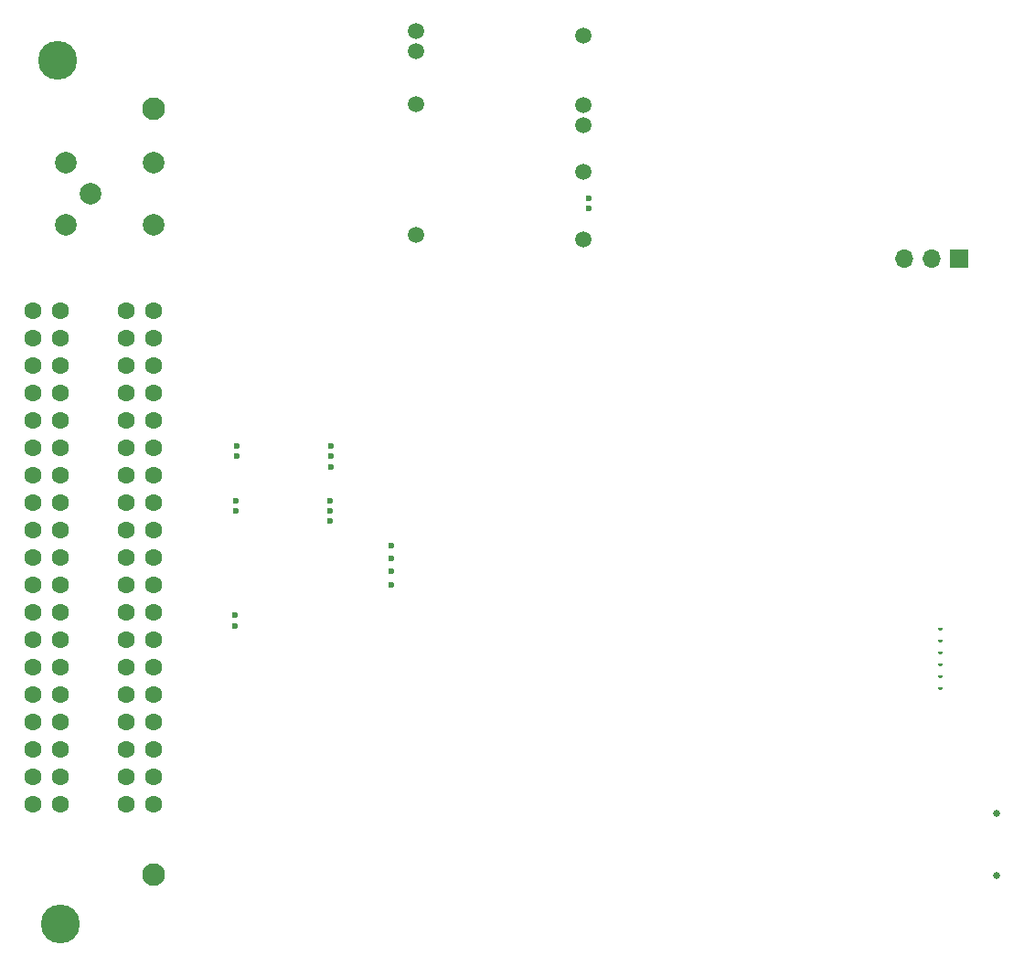
<source format=gbs>
G04 #@! TF.GenerationSoftware,KiCad,Pcbnew,8.0.6-8.0.6-0~ubuntu22.04.1*
G04 #@! TF.CreationDate,2024-11-19T22:28:20+00:00*
G04 #@! TF.ProjectId,hellenbremen,68656c6c-656e-4627-9265-6d656e2e6b69,rev?*
G04 #@! TF.SameCoordinates,Original*
G04 #@! TF.FileFunction,Soldermask,Bot*
G04 #@! TF.FilePolarity,Negative*
%FSLAX46Y46*%
G04 Gerber Fmt 4.6, Leading zero omitted, Abs format (unit mm)*
G04 Created by KiCad (PCBNEW 8.0.6-8.0.6-0~ubuntu22.04.1) date 2024-11-19 22:28:20*
%MOMM*%
%LPD*%
G01*
G04 APERTURE LIST*
%ADD10C,0.600000*%
%ADD11C,1.500000*%
%ADD12R,1.700000X1.700000*%
%ADD13O,1.700000X1.700000*%
%ADD14C,0.650000*%
%ADD15C,3.600000*%
%ADD16C,2.100000*%
%ADD17C,2.000000*%
%ADD18C,1.600000*%
G04 APERTURE END LIST*
G04 #@! TO.C,M1*
G36*
G01*
X90824999Y34375006D02*
X90575001Y34375006D01*
G75*
G02*
X90450001Y34500006I0J125000D01*
G01*
X90450001Y34500006D01*
G75*
G02*
X90575001Y34625006I125000J0D01*
G01*
X90824999Y34625006D01*
G75*
G02*
X90949999Y34500006I0J-125000D01*
G01*
X90949999Y34500006D01*
G75*
G02*
X90824999Y34375006I-125000J0D01*
G01*
G37*
G36*
G01*
X90824999Y35475004D02*
X90575001Y35475004D01*
G75*
G02*
X90450001Y35600004I0J125000D01*
G01*
X90450001Y35600004D01*
G75*
G02*
X90575001Y35725004I125000J0D01*
G01*
X90824999Y35725004D01*
G75*
G02*
X90949999Y35600004I0J-125000D01*
G01*
X90949999Y35600004D01*
G75*
G02*
X90824999Y35475004I-125000J0D01*
G01*
G37*
G36*
G01*
X90824999Y36575002D02*
X90575001Y36575002D01*
G75*
G02*
X90450001Y36700002I0J125000D01*
G01*
X90450001Y36700002D01*
G75*
G02*
X90575001Y36825002I125000J0D01*
G01*
X90824999Y36825002D01*
G75*
G02*
X90949999Y36700002I0J-125000D01*
G01*
X90949999Y36700002D01*
G75*
G02*
X90824999Y36575002I-125000J0D01*
G01*
G37*
G36*
G01*
X90824999Y37675000D02*
X90575001Y37675000D01*
G75*
G02*
X90450001Y37800000I0J125000D01*
G01*
X90450001Y37800000D01*
G75*
G02*
X90575001Y37925000I125000J0D01*
G01*
X90824999Y37925000D01*
G75*
G02*
X90949999Y37800000I0J-125000D01*
G01*
X90949999Y37800000D01*
G75*
G02*
X90824999Y37675000I-125000J0D01*
G01*
G37*
G36*
G01*
X90824999Y38774998D02*
X90575001Y38774998D01*
G75*
G02*
X90450001Y38899998I0J125000D01*
G01*
X90450001Y38899998D01*
G75*
G02*
X90575001Y39024998I125000J0D01*
G01*
X90824999Y39024998D01*
G75*
G02*
X90949999Y38899998I0J-125000D01*
G01*
X90949999Y38899998D01*
G75*
G02*
X90824999Y38774998I-125000J0D01*
G01*
G37*
G36*
G01*
X90824999Y39874995D02*
X90575001Y39874995D01*
G75*
G02*
X90450001Y39999995I0J125000D01*
G01*
X90450001Y39999995D01*
G75*
G02*
X90575001Y40124995I125000J0D01*
G01*
X90824999Y40124995D01*
G75*
G02*
X90949999Y39999995I0J-125000D01*
G01*
X90949999Y39999995D01*
G75*
G02*
X90824999Y39874995I-125000J0D01*
G01*
G37*
G04 #@! TD*
D10*
G04 #@! TO.C,M4*
X39837000Y45305000D03*
X39837000Y44105000D03*
X39837000Y46505000D03*
X39837000Y47705000D03*
X25412000Y41245000D03*
X25412000Y40245000D03*
G04 #@! TD*
D11*
G04 #@! TO.C,M2*
X57658995Y94922999D03*
X57658995Y88523002D03*
X57658995Y86622999D03*
X57658995Y82322999D03*
D10*
X58108994Y79923002D03*
X58108994Y78923001D03*
D11*
X57658995Y76072999D03*
X42158998Y95373001D03*
X42158998Y93523002D03*
X42158998Y88572999D03*
X42158998Y76523001D03*
G04 #@! TD*
D12*
G04 #@! TO.C,J2*
X92441000Y74290000D03*
D13*
X89901000Y74290000D03*
X87361000Y74290000D03*
G04 #@! TD*
D10*
G04 #@! TO.C,M6*
X34193000Y51874998D03*
X34193000Y50924998D03*
X34193000Y49975000D03*
X25493000Y50974998D03*
X25493000Y51874998D03*
G04 #@! TD*
D14*
G04 #@! TO.C,J3*
X95895000Y17110000D03*
X95895000Y22890000D03*
G04 #@! TD*
D10*
G04 #@! TO.C,M5*
X34243000Y56929998D03*
X34243000Y55979998D03*
X34243000Y55030000D03*
X25543000Y56029998D03*
X25543000Y56929998D03*
G04 #@! TD*
D15*
G04 #@! TO.C,J1*
X8910000Y92700000D03*
D16*
X17810000Y88200000D03*
X17810000Y17200000D03*
D15*
X9210000Y12700000D03*
D17*
X9670000Y83200000D03*
X9670000Y77400000D03*
X12000000Y80300000D03*
X17800000Y83200000D03*
X17800000Y77400000D03*
D18*
X17800000Y23780000D03*
X17800000Y26320000D03*
X17800000Y28860000D03*
X17800000Y31400000D03*
X17800000Y33940000D03*
X17800000Y36480000D03*
X17800000Y39020000D03*
X17800000Y41560000D03*
X17800000Y44100000D03*
X17800000Y46640000D03*
X17800000Y49180000D03*
X17800000Y51720000D03*
X17800000Y54260000D03*
X17800000Y56800000D03*
X17800000Y59340000D03*
X17800000Y61880000D03*
X17800000Y64420000D03*
X17800000Y66960000D03*
X17800000Y69500000D03*
X15260000Y23780000D03*
X15260000Y26320000D03*
X15260000Y28860000D03*
X15260000Y31400000D03*
X15260000Y33940000D03*
X15260000Y36480000D03*
X15260000Y39020000D03*
X15260000Y41560000D03*
X15260000Y44100000D03*
X15260000Y46640000D03*
X15260000Y49180000D03*
X15260000Y51720000D03*
X15260000Y54260000D03*
X15260000Y56800000D03*
X15260000Y59340000D03*
X15260000Y61880000D03*
X15260000Y64420000D03*
X15260000Y66960000D03*
X15260000Y69500000D03*
X9210000Y23780000D03*
X9210000Y26320000D03*
X9210000Y28860000D03*
X9210000Y31400000D03*
X9210000Y33940000D03*
X9210000Y36480000D03*
X9210000Y39020000D03*
X9210000Y41560000D03*
X9210000Y44100000D03*
X9210000Y46640000D03*
X9210000Y49180000D03*
X9210000Y51720000D03*
X9210000Y54260000D03*
X9210000Y56800000D03*
X9210000Y59340000D03*
X9210000Y61880000D03*
X9210000Y64420000D03*
X9210000Y66960000D03*
X9210000Y69500000D03*
X6670000Y23780000D03*
X6670000Y26320000D03*
X6670000Y28860000D03*
X6670000Y31400000D03*
X6670000Y33940000D03*
X6670000Y36480000D03*
X6670000Y39020000D03*
X6670000Y41560000D03*
X6670000Y44100000D03*
X6670000Y46640000D03*
X6670000Y49180000D03*
X6670000Y51720000D03*
X6670000Y54260000D03*
X6670000Y56800000D03*
X6670000Y59340000D03*
X6670000Y61880000D03*
X6670000Y64420000D03*
X6670000Y66960000D03*
X6670000Y69500000D03*
G04 #@! TD*
M02*

</source>
